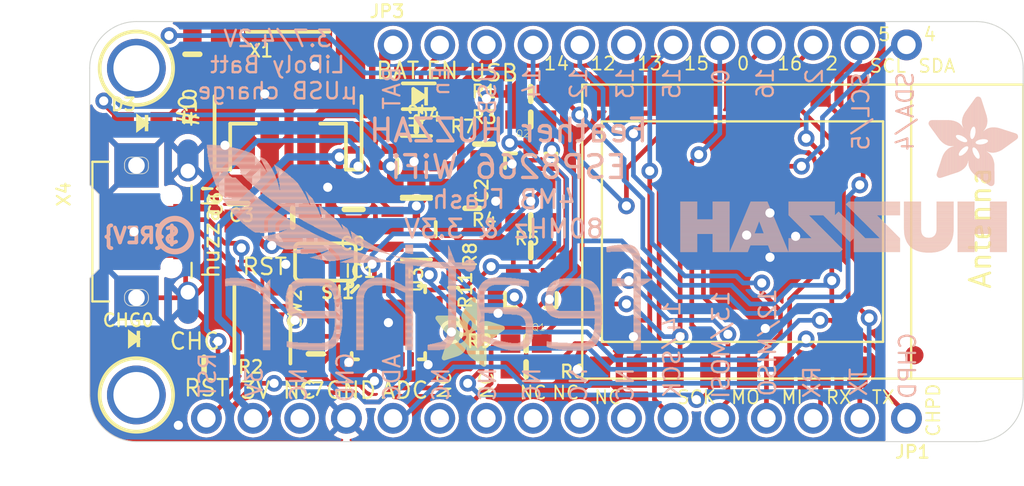
<source format=kicad_pcb>
(kicad_pcb (version 20221018) (generator pcbnew)
  (layers (0 "F.Cu" signal) (31 "B.Cu" signal) (34 "B.Paste" user) (35 "F.Paste" user) (36 "B.SilkS" user "B.Silkscreen") (37 "F.SilkS" user "F.Silkscreen") (38 "B.Mask" user) (39 "F.Mask" user) (44 "Edge.Cuts" user))
  (net 0 "")
  (net 1 "GND")
  (net 2 "VBUS")
  (net 3 "VBAT")
  (net 4 "N$1")
  (net 5 "N$3")
  (net 6 "N$4")
  (net 7 "3.3V")
  (net 8 "RESET")
  (net 9 "ADC")
  (net 10 "CH_PD")
  (net 11 "GPIO16")
  (net 12 "GPIO15")
  (net 13 "GPIO0")
  (net 14 "RXD")
  (net 15 "TXD")
  (net 16 "N$5")
  (net 17 "N$2")
  (net 18 "N$6")
  (net 19 "RTS")
  (net 20 "DTR")
  (net 21 "N$12")
  (net 22 "N$13")
  (net 23 "EN")
  (net 24 "GPIO5/SCL")
  (net 25 "GPIO4/SDA")
  (net 26 "GPIO2")
  (net 27 "GPIO14/SCK")
  (net 28 "GPIO13/MOSI")
  (net 29 "GPIO12/MISO")
  (net 30 "USB_RX")
  (net 31 "N$7")
  (net 32 "N$8")
  (footprint "working:0603-NO" (layer "F.Cu") (at 129.3241 112.2426)
    (fp_text reference "R2")
    (fp_text value "1K")
  )
  (footprint "working:CHIPLED_0805_NOOUTLINE" (layer "F.Cu") (at 125.5141 110.8456 -90)
    (fp_text reference "CHG0")
    (fp_text value "ORANGE")
  )
  (footprint "working:1X16_ROUND" (layer "F.Cu") (at 148.5011 115.1636 180)
    (fp_text reference "JP1")
    (fp_text value "")
  )
  (footprint "working:0603-NO" (layer "F.Cu") (at 147.1041 98.9076 180)
    (fp_text reference "R3")
    (fp_text value "10K")
  )
  (footprint "working:4UCONN_20329_V2" (layer "F.Cu") (at 127.5461 105.0036 -90)
    (fp_text reference "X4")
    (fp_text value "20329")
    (fp_line (start -4.05 2.15) (end -4.05 1.6) (stroke (width 0.05)) (layer "Edge.Cuts"))
    (fp_line (start -3.7 1.25) (end -3.5 1.25) (stroke (width 0.05)) (layer "Edge.Cuts"))
    (fp_line (start -3.5 2.55) (end -3.7 2.55) (stroke (width 0.05)) (layer "Edge.Cuts"))
    (fp_line (start -3.15 1.6) (end -3.15 2.15) (stroke (width 0.05)) (layer "Edge.Cuts"))
    (fp_line (start 3.15 2.2) (end 3.15 1.6) (stroke (width 0.05)) (layer "Edge.Cuts"))
    (fp_line (start 4.05 1.6) (end 4.05 2.2) (stroke (width 0.05)) (layer "Edge.Cuts"))
    (fp_arc (start -4.05 1.6) (mid -3.947487 1.352513) (end -3.7 1.25) (stroke (width 0.05)) (layer "Edge.Cuts"))
    (fp_arc (start -3.7 2.55) (mid -3.957843 2.422487) (end -4.05 2.15) (stroke (width 0.05)) (layer "Edge.Cuts"))
    (fp_arc (start -3.5 1.25) (mid -3.252513 1.352513) (end -3.15 1.6) (stroke (width 0.05)) (layer "Edge.Cuts"))
    (fp_arc (start -3.15 2.15) (mid -3.242157 2.422487) (end -3.5 2.55) (stroke (width 0.05)) (layer "Edge.Cuts"))
    (fp_arc (start 3.15 1.6) (mid 3.302513 1.331802) (end 3.6 1.25) (stroke (width 0.05)) (layer "Edge.Cuts"))
    (fp_arc (start 3.6 1.25) (mid 3.897487 1.331802) (end 4.05 1.6) (stroke (width 0.05)) (layer "Edge.Cuts"))
    (fp_arc (start 3.6 2.55) (mid 3.302513 2.468198) (end 3.15 2.2) (stroke (width 0.05)) (layer "Edge.Cuts"))
    (fp_arc (start 4.05 2.2) (mid 3.897487 2.468198) (end 3.6 2.55) (stroke (width 0.05)) (layer "Edge.Cuts"))
  )
  (footprint "working:FIDUCIAL_1MM" (layer "F.Cu") (at 133.8961 96.3676 -90)
    (fp_text reference "U$34" hide)
    (fp_text value "FIDUCIAL_1MM" hide)
  )
  (footprint "working:QFN24_4MM_SMSC" (layer "F.Cu") (at 139.3571 109.9566)
    (fp_text reference "IC1")
    (fp_text value "CP2104")
  )
  (footprint "working:MOUNTINGHOLE_2.5_PLATED" (layer "F.Cu") (at 125.6411 96.1136 -90)
    (fp_text reference "U$31" hide)
    (fp_text value "MOUNTINGHOLE2.5" hide)
  )
  (footprint "" (layer "F.Cu") (at 171.3611 114.5921)
    (fp_text reference "@HOLE0" hide)
    (fp_text value "")
  )
  (footprint "working:0603-NO" (layer "F.Cu") (at 147.1041 106.0196)
    (fp_text reference "R5")
    (fp_text value "10K")
  )
  (footprint "working:ESP-12S" (layer "F.Cu") (at 159.1056 105.0036 -90)
    (fp_text reference "X2" hide)
    (fp_text value "ESP-12" hide)
  )
  (footprint "working:SOT23-3" (layer "F.Cu") (at 147.1041 101.4476)
    (fp_text reference "Q2")
    (fp_text value "mmbt2222")
  )
  (footprint "working:0805-NO" (layer "F.Cu") (at 134.1501 104.2416 180)
    (fp_text reference "C3")
    (fp_text value "10µF")
  )
  (footprint "working:_0603MP" (layer "F.Cu") (at 142.9131 108.0516 -90)
    (fp_text reference "R11")
    (fp_text value "1K")
  )
  (footprint "working:0603-NO" (layer "F.Cu") (at 128.6891 95.3516 -90)
    (fp_text reference "R10")
    (fp_text value "1K")
  )
  (footprint "working:CHIPLED_0805_NOOUTLINE" (layer "F.Cu") (at 125.9586 99.0981 -90)
    (fp_text reference "D3")
    (fp_text value "RED")
  )
  (footprint "working:0603-NO" (layer "F.Cu") (at 146.8501 111.0996 180)
    (fp_text reference "R9")
    (fp_text value "10K")
  )
  (footprint "working:0603-NO" (layer "F.Cu") (at 146.8501 112.4966)
    (fp_text reference "R6")
    (fp_text value "4.7K")
  )
  (footprint "working:SOT23-5" (layer "F.Cu") (at 140.8811 101.4476 90)
    (fp_text reference "U2")
    (fp_text value "AP2112-3.3")
  )
  (footprint "working:FIDUCIAL_1MM" (layer "F.Cu") (at 167.9793 111.7276 -90)
    (fp_text reference "U$35" hide)
    (fp_text value "FIDUCIAL_1MM" hide)
  )
  (footprint "working:SOT23-3" (layer "F.Cu") (at 147.1041 108.4326 180)
    (fp_text reference "Q1")
    (fp_text value "mmbt2222")
  )
  (footprint "working:0805-NO" (layer "F.Cu") (at 131.1891 103.4746 90)
    (fp_text reference "C6")
    (fp_text value "10µF")
  )
  (footprint "working:0805-NO" (layer "F.Cu") (at 137.4671 103.7936 -90)
    (fp_text reference "C8")
    (fp_text value "10µF")
  )
  (footprint "working:JSTPH2" (layer "F.Cu") (at 133.8961 97.1296)
    (fp_text reference "X1")
    (fp_text value "JSTPH")
  )
  (footprint "working:0603-NO" (layer "F.Cu") (at 147.1041 104.4956 180)
    (fp_text reference "R4")
    (fp_text value "10K")
  )
  (footprint "working:BTN_KMR2_4.6X2.8" (layer "F.Cu") (at 132.4991 110.0836 -90)
    (fp_text reference "SW2")
    (fp_text value "KMR2")
  )
  (footprint "working:SOD-123" (layer "F.Cu") (at 141.0081 97.6376 180)
    (fp_text reference "D4")
    (fp_text value "MBR120")
  )
  (footprint "working:SOLDERJUMPER_CLOSEDWIRE" (layer "F.Cu") (at 135.9281 106.6546 180)
    (fp_text reference "SJ1")
    (fp_text value "")
  )
  (footprint "" (layer "F.Cu") (at 171.3611 95.4786)
    (fp_text reference "@HOLE1" hide)
    (fp_text value "")
  )
  (footprint "working:1X12_ROUND" (layer "F.Cu") (at 153.5811 94.8436)
    (fp_text reference "JP3")
    (fp_text value "")
  )
  (footprint "working:ADAFRUIT_3.5MM" (layer "F.Cu") (at 141.8971 112.3696)
    (fp_text reference "U$15" hide)
    (fp_text value "" hide)
  )
  (footprint "working:MOUNTINGHOLE_2.5_PLATED" (layer "F.Cu") (at 125.6411 113.8936 -90)
    (fp_text reference "U$32" hide)
    (fp_text value "MOUNTINGHOLE2.5" hide)
  )
  (footprint "working:0603-NO" (layer "F.Cu") (at 147.1041 97.5106 180)
    (fp_text reference "R1")
    (fp_text value "10K")
  )
  (footprint "working:0603-NO" (layer "F.Cu") (at 143.9291 103.7336 -90)
    (fp_text reference "R8")
    (fp_text value "10K\\")
  )
  (footprint "working:0603-NO" (layer "F.Cu") (at 140.8811 99.1616)
    (fp_text reference "R7")
    (fp_text value "10K")
  )
  (footprint "working:0603-NO" (layer "F.Cu") (at 135.4031 111.6586 -90)
    (fp_text reference "C7")
    (fp_text value "1uF")
  )
  (footprint "working:SOT23-5" (layer "F.Cu") (at 140.8811 104.8766 -90)
    (fp_text reference "U3")
    (fp_text value "MCP73831T-2ACI/OT")
  )
  (footprint "working:0805-NO" (layer "F.Cu") (at 144.5641 100.2411 -90)
    (fp_text reference "C2")
    (fp_text value "10uF")
  )
  (footprint "working:HUZZAHLOGO" (layer "B.Cu") (at 173.0121 106.1466 180)
    (fp_text reference "U$23" hide)
    (fp_text value "" hide)
  )
  (footprint "working:PCBFEAT-REV-040" (layer "B.Cu") (at 127.7366 105.1941 180)
    (fp_text reference "U$13" hide)
    (fp_text value "" hide)
  )
  (footprint "working:ADAFRUIT_5MM" (layer "B.Cu") (at 168.7576 102.5271 90)
    (fp_text reference "U$7" hide)
    (fp_text value "" hide)
  )
  (footprint "working:FEATHERLOGO" (layer "B.Cu") (at 153.7716 111.5441 180)
    (fp_text reference "U$9" hide)
    (fp_text value "" hide)
  )
  (gr_arc (start 123.1011 96.1136) (mid 123.845049 94.317549) (end 125.6411 93.5736) (stroke (width 0.05)) (layer "Edge.Cuts"))
  (gr_arc (start 171.3611 93.5736) (mid 173.157151 94.317549) (end 173.9011 96.1136) (stroke (width 0.05)) (layer "Edge.Cuts"))
  (gr_line (start 123.1011 102.4636) (end 123.6091 102.9716) (stroke (width 0.05)) (layer "Edge.Cuts"))
  (gr_line (start 123.6091 107.0356) (end 123.1011 107.5436) (stroke (width 0.05)) (layer "Edge.Cuts"))
  (gr_line (start 125.6411 116.4336) (end 171.3611 116.4336) (stroke (width 0.05)) (layer "Edge.Cuts"))
  (gr_line (start 123.1011 107.5436) (end 123.1011 113.8936) (stroke (width 0.05)) (layer "Edge.Cuts"))
  (gr_line (start 123.1011 96.1136) (end 123.1011 102.4636) (stroke (width 0.05)) (layer "Edge.Cuts"))
  (gr_line (start 171.3611 93.5736) (end 125.6411 93.5736) (stroke (width 0.05)) (layer "Edge.Cuts"))
  (gr_arc (start 173.9011 113.8936) (mid 173.157151 115.689651) (end 171.3611 116.4336) (stroke (width 0.05)) (layer "Edge.Cuts"))
  (gr_line (start 123.6091 102.9716) (end 123.6091 107.0356) (stroke (width 0.05)) (layer "Edge.Cuts"))
  (gr_line (start 173.9011 113.8936) (end 173.9011 96.1136) (stroke (width 0.05)) (layer "Edge.Cuts"))
  (gr_arc (start 125.6411 116.4336) (mid 123.845049 115.689651) (end 123.1011 113.8936) (stroke (width 0.05)) (layer "Edge.Cuts"))
  (gr_text "NC" (at 144.7546 113.3221 -270) (layer "B.SilkS") (effects (font (size 0.89408 0.89408) (thickness 0.12192)) (justify mirror)))
  (gr_text "12" (at 149.7076 96.9391 -270) (layer "B.SilkS") (effects (font (size 0.89408 0.89408) (thickness 0.12192)) (justify mirror)))
  (gr_text "USB" (at 144.7546 97.3201 -270) (layer "B.SilkS") (effects (font (size 0.89408 0.89408) (thickness 0.12192)) (justify mirror)))
  (gr_text "ADC" (at 139.5476 112.9411 -270) (layer "B.SilkS") (effects (font (size 0.89408 0.89408) (thickness 0.12192)) (justify mirror)))
  (gr_text "SDA/4" (at 167.4876 98.4631 -270) (layer "B.SilkS") (effects (font (size 0.89408 0.89408) (thickness 0.12192)) (justify mirror)))
  (gr_text "NC" (at 152.2476 113.3221 -270) (layer "B.SilkS") (effects (font (size 0.89408 0.89408) (thickness 0.12192)) (justify mirror)))
  (gr_text "BAT" (at 139.5476 97.1931 -270) (layer "B.SilkS") (effects (font (size 0.89408 0.89408) (thickness 0.12192)) (justify mirror)))
  (gr_text "4MB Flash\n80MHz & 3.3V" (at 145.6436 104.0511) (layer "B.SilkS") (effects (font (size 0.99441 0.99441) (thickness 0.14859)) (justify mirror)))
  (gr_text "En" (at 142.2146 96.8121 -270) (layer "B.SilkS") (effects (font (size 0.89408 0.89408) (thickness 0.12192)) (justify mirror)))
  (gr_text "RST" (at 129.5146 112.8141 -270) (layer "B.SilkS") (effects (font (size 0.89408 0.89408) (thickness 0.12192)) (justify mirror)))
  (gr_text "CHPD" (at 167.6146 112.3061 -270) (layer "B.SilkS") (effects (font (size 0.89408 0.89408) (thickness 0.12192)) (justify mirror)))
  (gr_text "0" (at 157.4546 96.5581 -270) (layer "B.SilkS") (effects (font (size 0.89408 0.89408) (thickness 0.12192)) (justify mirror)))
  (gr_text "TX" (at 164.9476 113.1951 -270) (layer "B.SilkS") (effects (font (size 0.89408 0.89408) (thickness 0.12192)) (justify mirror)))
  (gr_text "14" (at 147.1676 96.9391 -270) (layer "B.SilkS") (effects (font (size 0.89408 0.89408) (thickness 0.12192)) (justify mirror)))
  (gr_text "13" (at 152.2476 96.9391 -270) (layer "B.SilkS") (effects (font (size 0.89408 0.89408) (thickness 0.12192)) (justify mirror)))
  (gr_text "15" (at 154.7876 96.9391 -270) (layer "B.SilkS") (effects (font (size 0.89408 0.89408) (thickness 0.12192)) (justify mirror)))
  (gr_text "12/MISO" (at 159.9946 111.0361 -270) (layer "B.SilkS") (effects (font (size 0.89408 0.89408) (thickness 0.12192)) (justify mirror)))
  (gr_text "3.7/4.2V\nLiPoly Batt\nµUSB charge" (at 133.3246 95.9231) (layer "B.SilkS") (effects (font (size 0.88392 0.88392) (thickness 0.13208)) (justify mirror)))
  (gr_text "NC" (at 147.1676 113.3221 -270) (layer "B.SilkS") (effects (font (size 0.89408 0.89408) (thickness 0.12192)) (justify mirror)))
  (gr_text "RX" (at 162.4076 113.1951 -270) (layer "B.SilkS") (effects (font (size 0.89408 0.89408) (thickness 0.12192)) (justify mirror)))
  (gr_text "Feather HUZZAH\nESP8266 WiFi" (at 145.8976 100.4951) (layer "B.SilkS") (effects (font (size 1.237488 1.237488) (thickness 0.184912)) (justify mirror)))
  (gr_text "16" (at 159.8676 96.9391 -270) (layer "B.SilkS") (effects (font (size 0.89408 0.89408) (thickness 0.12192)) (justify mirror)))
  (gr_text "2" (at 162.5346 96.5581 -270) (layer "B.SilkS") (effects (font (size 0.89408 0.89408) (thickness 0.12192)) (justify mirror)))
  (gr_text "14/SCK" (at 154.7876 111.4171 -270) (layer "B.SilkS") (effects (font (size 0.89408 0.89408) (thickness 0.12192)) (justify mirror)))
  (gr_text "NC" (at 134.4676 113.3221 -270) (layer "B.SilkS") (effects (font (size 0.89408 0.89408) (thickness 0.12192)) (justify mirror)))
  (gr_text "3V" (at 132.0546 113.1951 -270) (layer "B.SilkS") (effects (font (size 0.89408 0.89408) (thickness 0.12192)) (justify mirror)))
  (gr_text "NC" (at 149.7076 113.3221 -270) (layer "B.SilkS") (effects (font (size 0.89408 0.89408) (thickness 0.12192)) (justify mirror)))
  (gr_text "13/MOSI" (at 157.4546 111.1631 -270) (layer "B.SilkS") (effects (font (size 0.89408 0.89408) (thickness 0.12192)) (justify mirror)))
  (gr_text "GND" (at 137.0076 112.9411 -270) (layer "B.SilkS") (effects (font (size 0.89408 0.89408) (thickness 0.12192)) (justify mirror)))
  (gr_text "SCL/5" (at 165.0746 98.4631 -270) (layer "B.SilkS") (effects (font (size 0.89408 0.89408) (thickness 0.12192)) (justify mirror)))
  (gr_text "NC" (at 142.2146 113.3221 -270) (layer "B.SilkS") (effects (font (size 0.89408 0.89408) (thickness 0.12192)) (justify mirror)))
  (gr_text "SCK" (at 156.1211 114.0206) (layer "F.SilkS") (effects (font (size 0.715264 0.715264) (thickness 0.097536))))
  (gr_text "TX" (at 166.2811 114.0206) (layer "F.SilkS") (effects (font (size 0.715264 0.715264) (thickness 0.097536))))
  (gr_text "12" (at 151.0411 95.8596) (layer "F.SilkS") (effects (font (size 0.715264 0.715264) (thickness 0.097536))))
  (gr_text "CHG" (at 128.8161 110.9726) (layer "F.SilkS") (effects (font (size 0.89408 0.89408) (thickness 0.12192))))
  (gr_text "15" (at 156.1211 95.8596) (layer "F.SilkS") (effects (font (size 0.715264 0.715264) (thickness 0.097536))))
  (gr_text "NC" (at 149.0091 113.7666) (layer "F.SilkS") (effects (font (size 0.715264 0.715264) (thickness 0.097536))))
  (gr_text "RST" (at 129.4511 113.5126) (layer "F.SilkS") (effects (font (size 0.89408 0.89408) (thickness 0.12192))))
  (gr_text "2" (at 163.4871 95.8596) (layer "F.SilkS") (effects (font (size 0.715264 0.715264) (thickness 0.097536))))
  (gr_text "16" (at 161.2011 95.8596) (layer "F.SilkS") (effects (font (size 0.715264 0.715264) (thickness 0.097536))))
  (gr_text "3V" (at 132.1181 113.6396) (layer "F.SilkS") (effects (font (size 0.89408 0.89408) (thickness 0.12192))))
  (gr_text "5" (at 166.3446 94.2721) (layer "F.SilkS") (effects (font (size 0.715264 0.715264) (thickness 0.097536))))
  (gr_text "RST" (at 132.6261 106.9086) (layer "F.SilkS") (effects (font (size 0.89408 0.89408) (thickness 0.12192))))
  (gr_text "NC" (at 134.5311 113.6396) (layer "F.SilkS") (effects (font (size 0.89408 0.89408) (thickness 0.12192))))
  (gr_text "GND" (at 137.3251 113.6396) (layer "F.SilkS") (effects (font (size 0.89408 0.89408) (thickness 0.12192))))
  (gr_text "4" (at 168.8211 94.2721) (layer "F.SilkS") (effects (font (size 0.715264 0.715264) (thickness 0.097536))))
  (gr_text "#0" (at 128.4351 98.3996 90) (layer "F.SilkS") (effects (font (size 0.89408 0.89408) (thickness 0.12192))))
  (gr_text "huzzah!" (at 129.7051 105.0036 90) (layer "F.SilkS") (effects (font (size 0.89408 0.89408) (thickness 0.12192))))
  (gr_text "NC" (at 147.2311 113.7666) (layer "F.SilkS") (effects (font (size 0.715264 0.715264) (thickness 0.097536))))
  (gr_text "MI" (at 161.3281 114.0206) (layer "F.SilkS") (effects (font (size 0.715264 0.715264) (thickness 0.097536))))
  (gr_text "0" (at 158.6611 95.8596) (layer "F.SilkS") (effects (font (size 0.715264 0.715264) (thickness 0.097536))))
  (gr_text "MO" (at 158.7881 114.0206) (layer "F.SilkS") (effects (font (size 0.715264 0.715264) (thickness 0.097536))))
  (gr_text "EN" (at 142.2781 96.2406) (layer "F.SilkS") (effects (font (size 0.89408 0.89408) (thickness 0.12192))))
  (gr_text "BAT" (at 139.8651 96.2406) (layer "F.SilkS") (effects (font (size 0.89408 0.89408) (thickness 0.12192))))
  (gr_text "RX" (at 163.8681 114.0206) (layer "F.SilkS") (effects (font (size 0.715264 0.715264) (thickness 0.097536))))
  (gr_text "SCL" (at 166.5351 95.9866) (layer "F.SilkS") (effects (font (size 0.715264 0.715264) (thickness 0.097536))))
  (gr_text "SDA" (at 169.2021 95.9866) (layer "F.SilkS") (effects (font (size 0.715264 0.715264) (thickness 0.097536))))
  (gr_text "13" (at 153.5811 95.8596) (layer "F.SilkS") (effects (font (size 0.715264 0.715264) (thickness 0.097536))))
  (gr_text "14" (at 148.5011 95.8596) (layer "F.SilkS") (effects (font (size 0.715264 0.715264) (thickness 0.097536))))
  (gr_text "USB" (at 145.0721 96.3676) (layer "F.SilkS") (effects (font (size 0.89408 0.89408) (thickness 0.12192))))
  (gr_text "CHPD" (at 169.0116 114.7191 90) (layer "F.SilkS") (effects (font (size 0.715264 0.715264) (thickness 0.097536))))
  (gr_text "ADC" (at 140.2461 113.6396) (layer "F.SilkS") (effects (font (size 0.89408 0.89408) (thickness 0.12192))))
  (gr_text "NC" (at 151.2951 114.0206) (layer "F.SilkS") (effects (font (size 0.715264 0.715264) (thickness 0.097536))))
  (gr_text "NC" (at 142.4051 113.3856 90) (layer "F.SilkS") (effects (font (size 0.715264 0.715264) (thickness 0.097536))))
  (gr_text "NC" (at 144.6911 113.3856 90) (layer "F.SilkS") (effects (font (size 0.715264 0.715264) (thickness 0.097536))))
  (segment (start 139.1031 109.2066) (end 137.3571 109.2066) (width 0.254) (layer "F.Cu") (net 1))
  (segment (start 128.3211 106.3036) (end 128.3211 108.1786) (width 0.254) (layer "F.Cu") (net 1))
  (segment (start 139.1031 109.2066) (end 139.1031 109.7026) (width 0.254) (layer "F.Cu") (net 1))
  (segment (start 134.4361 112.5086) (end 135.4031 112.5086) (width 0.254) (layer "F.Cu") (net 1))
  (segment (start 136.9441 105.0036) (end 137.3251 105.0036) (width 0.254) (layer "F.Cu") (net 1))
  (segment (start 139.1031 109.7026) (end 139.3571 109.9566) (width 0.254) (layer "F.Cu") (net 1))
  (segment (start 124.6961 101.4036) (end 125.6461 101.4036) (width 0.254) (layer "F.Cu") (net 1))
  (segment (start 128.3211 108.1786) (end 128.4461 108.3036) (width 0.254) (layer "F.Cu") (net 1))
  (segment (start 133.2001 104.2416) (end 132.8961 103.9376) (width 0.6096) (layer "F.Cu") (net 1))
  (segment (start 125.6461 108.6036) (end 128.1461 108.6036) (width 0.254) (layer "F.Cu") (net 1))
  (segment (start 137.4671 104.7436) (end 137.4671 104.8616) (width 0.4064) (layer "F.Cu") (net 1))
  (segment (start 128.3211 106.3036) (end 126.0961 106.3036) (width 0.254) (layer "F.Cu") (net 1))
  (segment (start 126.0961 106.3036) (end 125.5461 105.7536) (width 0.254) (layer "F.Cu") (net 1))
  (segment (start 128.1461 108.6036) (end 128.4461 108.3036) (width 0.254) (layer "F.Cu") (net 1))
  (segment (start 132.8961 103.9376) (end 132.8961 100.8296) (width 0.6096) (layer "F.Cu") (net 1))
  (segment (start 137.4671 104.8616) (end 137.3251 105.0036) (width 0.4064) (layer "F.Cu") (net 1))
  (via (at 158.8516 105.1941) (size 0.9064) (drill 0.5) (layers "F.Cu" "B.Cu") (net 1))
  (via (at 160.1216 106.4006) (size 0.9064) (drill 0.5) (layers "F.Cu" "B.Cu") (net 1))
  (via (at 125.5141 105.0036) (size 0.9064) (drill 0.5) (layers "F.Cu" "B.Cu") (net 1))
  (via (at 141.5161 112.2426) (size 0.9064) (drill 0.5) (layers "F.Cu" "B.Cu") (net 1))
  (via (at 136.0551 102.5906) (size 0.9064) (drill 0.5) (layers "F.Cu" "B.Cu") (net 1))
  (via (at 149.6441 112.4966) (size 0.9064) (drill 0.5) (layers "F.Cu" "B.Cu") (net 1))
  (via (at 137.1981 112.1156) (size 0.9064) (drill 0.5) (layers "F.Cu" "B.Cu") (net 1))
  (via (at 135.3566 95.9866) (size 0.9064) (drill 0.5) (layers "F.Cu" "B.Cu") (net 1))
  (via (at 159.8676 110.2741) (size 0.9064) (drill 0.5) (layers "F.Cu" "B.Cu") (net 1))
  (via (at 139.3571 109.9566) (size 0.9064) (drill 0.5) (layers "F.Cu" "B.Cu") (net 1))
  (via (at 130.4671 100.3046) (size 0.9064) (drill 0.5) (layers "F.Cu" "B.Cu") (net 1))
  (via (at 146.0881 101.3206) (size 0.9064) (drill 0.5) (layers "F.Cu" "B.Cu") (net 1))
  (via (at 132.6261 97.5106) (size 0.9064) (drill 0.5) (layers "F.Cu" "B.Cu") (net 1))
  (via (at 160.1216 103.9876) (size 0.9064) (drill 0.5) (layers "F.Cu" "B.Cu") (net 1))
  (via (at 140.7541 101.1936) (size 0.9064) (drill 0.5) (layers "F.Cu" "B.Cu") (net 1))
  (via (at 145.3261 109.4486) (size 0.9064) (drill 0.5) (layers "F.Cu" "B.Cu") (net 1))
  (via (at 161.5186 105.2576) (size 0.9064) (drill 0.5) (layers "F.Cu" "B.Cu") (net 1))
  (via (at 133.7691 106.7816) (size 0.9064) (drill 0.5) (layers "F.Cu" "B.Cu") (net 1))
  (via (at 127.9271 115.5446) (size 0.9064) (drill 0.5) (layers "F.Cu" "B.Cu") (net 1))
  (via (at 145.1991 103.3526) (size 0.9064) (drill 0.5) (layers "F.Cu" "B.Cu") (net 1))
  (via (at 152.6921 110.7186) (size 0.9064) (drill 0.5) (layers "F.Cu" "B.Cu") (net 1))
  (segment (start 142.7251 102.3976) (end 142.1812 102.3976) (width 0.4064) (layer "F.Cu") (net 2))
  (segment (start 128.3211 103.7036) (end 129.9291 103.7036) (width 0.4064) (layer "F.Cu") (net 2))
  (segment (start 131.1891 104.4246) (end 131.2851 104.4246) (width 0.4064) (layer "F.Cu") (net 2))
  (segment (start 124.1171 107.1626) (end 124.1171 103.4796) (width 0.254) (layer "F.Cu") (net 2))
  (segment (start 123.6091 107.6706) (end 124.1171 107.1626) (width 0.254) (layer "F.Cu") (net 2))
  (segment (start 138.6071 113.1436) (end 138.5951 113.1316) (width 0.254) (layer "F.Cu") (net 2))
  (segment (start 130.6501 104.4246) (end 131.1891 104.4246) (width 0.4064) (layer "F.Cu") (net 2))
  (segment (start 140.8811 104.3995) (end 142.1812 105.6996) (width 0.4064) (layer "F.Cu") (net 2))
  (segment (start 140.8811 104.3995) (end 140.8811 103.6066) (width 0.4064) (layer "F.Cu") (net 2))
  (segment (start 144.6911 95.8046) (end 144.6911 94.8436) (width 0.6096) (layer "F.Cu") (net 2))
  (segment (start 123.6091 110.2106) (end 123.6091 107.6706) (width 0.254) (layer "F.Cu") (net 2))
  (segment (start 127.1651 103.7336) (end 128.2911 103.7336) (width 0.254) (layer "F.Cu") (net 2))
  (segment (start 142.0901 102.3976) (end 142.1812 102.3976) (width 0.4064) (layer "F.Cu") (net 2))
  (segment (start 129.9291 103.7036) (end 130.6501 104.4246) (width 0.4064) (layer "F.Cu") (net 2))
  (segment (start 124.3711 103.2256) (end 126.6571 103.2256) (width 0.254) (layer "F.Cu") (net 2))
  (segment (start 126.6571 103.2256) (end 127.1651 103.7336) (width 0.254) (layer "F.Cu") (net 2))
  (segment (start 128.2911 103.7336) (end 128.3211 103.7036) (width 0.254) (layer "F.Cu") (net 2))
  (segment (start 142.8581 98.0346) (end 142.8581 97.6376) (width 0.6096) (layer "F.Cu") (net 2))
  (segment (start 143.2941 101.8286) (end 142.7251 102.3976) (width 0.4064) (layer "F.Cu") (net 2))
  (segment (start 142.4051 99.1616) (end 141.7311 99.1616) (width 0.4064) (layer "F.Cu") (net 2))
  (segment (start 142.8581 97.6376) (end 144.6911 95.8046) (width 0.6096) (layer "F.Cu") (net 2))
  (segment (start 140.8811 103.6066) (end 142.0901 102.3976) (width 0.4064) (layer "F.Cu") (net 2))
  (segment (start 124.4641 110.8456) (end 124.2441 110.8456) (width 0.254) (layer "F.Cu") (net 2))
  (segment (start 138.6071 111.9566) (end 138.6071 113.1436) (width 0.254) (layer "F.Cu") (net 2))
  (segment (start 142.1812 105.6996) (end 142.1812 105.8266) (width 0.4064) (layer "F.Cu") (net 2))
  (segment (start 124.1171 103.4796) (end 124.3711 103.2256) (width 0.254) (layer "F.Cu") (net 2))
  (segment (start 138.1071 111.9566) (end 138.6071 111.9566) (width 0.254) (layer "F.Cu") (net 2))
  (segment (start 143.2941 100.0506) (end 142.4051 99.1616) (width 0.4064) (layer "F.Cu") (net 2))
  (segment (start 143.2941 101.8286) (end 143.2941 100.0506) (width 0.4064) (layer "F.Cu") (net 2))
  (segment (start 131.2851 104.4246) (end 132.6261 105.7656) (width 0.4064) (layer "F.Cu") (net 2))
  (segment (start 141.7311 99.1616) (end 142.8581 98.0346) (width 0.6096) (layer "F.Cu") (net 2))
  (segment (start 124.2441 110.8456) (end 123.6091 110.2106) (width 0.254) (layer "F.Cu") (net 2))
  (segment (start 132.6261 105.7656) (end 133.0071 105.7656) (width 0.4064) (layer "F.Cu") (net 2))
  (via (at 133.0071 105.7656) (size 0.9064) (drill 0.5) (layers "F.Cu" "B.Cu") (net 2))
  (via (at 138.5951 113.1316) (size 0.9064) (drill 0.5) (layers "F.Cu" "B.Cu") (net 2))
  (via (at 140.8811 103.6066) (size 0.9064) (drill 0.5) (layers "F.Cu" "B.Cu") (net 2))
  (segment (start 135.5471 105.7656) (end 133.0071 105.7656) (width 0.4064) (layer "B.Cu") (net 2))
  (segment (start 133.6421 103.8606) (end 140.8811 103.8606) (width 0.4064) (layer "B.Cu") (net 2))
  (segment (start 136.9441 113.1316) (end 136.3091 112.4966) (width 0.4064) (layer "B.Cu") (net 2))
  (segment (start 136.3091 106.5276) (end 135.5471 105.7656) (width 0.4064) (layer "B.Cu") (net 2))
  (segment (start 136.3091 112.4966) (end 136.3091 106.5276) (width 0.4064) (layer "B.Cu") (net 2))
  (segment (start 138.5951 113.1316) (end 136.9441 113.1316) (width 0.4064) (layer "B.Cu") (net 2))
  (segment (start 133.0071 104.4956) (end 133.0071 105.7656) (width 0.4064) (layer "B.Cu") (net 2))
  (segment (start 140.8811 103.8606) (end 140.8811 103.6066) (width 0.254) (layer "B.Cu") (net 2))
  (segment (start 133.6421 103.8606) (end 133.0071 104.4956) (width 0.4064) (layer "B.Cu") (net 2))
  (segment (start 134.8961 104.0376) (end 134.8961 100.8296) (width 0.4064) (layer "F.Cu") (net 3))
  (segment (start 135.0396 100.6861) (end 135.0396 100.4321) (width 0.4064) (layer "F.Cu") (net 3))
  (segment (start 135.8011 98.5266) (end 138.1421 98.5266) (width 0.6096) (layer "F.Cu") (net 3))
  (segment (start 134.7851 100.1776) (end 135.0396 100.4321) (width 0.254) (layer "F.Cu") (net 3))
  (segment (start 139.0311 97.6376) (end 139.1581 97.6376) (width 0.6096) (layer "F.Cu") (net 3))
  (segment (start 134.8961 104.0376) (end 135.1001 104.2416) (width 0.4064) (layer "F.Cu") (net 3))
  (segment (start 134.7851 99.5426) (end 135.8011 98.5266) (width 0.6096) (layer "F.Cu") (net 3))
  (segment (start 139.6111 94.8436) (end 139.1581 95.2966) (width 0.6096) (layer "F.Cu") (net 3))
  (segment (start 135.1001 106.5886) (end 135.1661 106.6546) (width 0.4064) (layer "F.Cu") (net 3))
  (segment (start 134.8961 100.8296) (end 135.0396 100.6861) (width 0.4064) (layer "F.Cu") (net 3))
  (segment (start 134.7851 99.5426) (end 134.7851 100.1776) (width 0.4064) (layer "F.Cu") (net 3))
  (segment (start 135.1001 104.2416) (end 135.1001 106.5886) (width 0.4064) (layer "F.Cu") (net 3))
  (segment (start 139.1581 95.2966) (end 139.1581 97.6376) (width 0.6096) (layer "F.Cu") (net 3))
  (segment (start 138.1421 98.5266) (end 139.0311 97.6376) (width 0.6096) (layer "F.Cu") (net 3))
  (segment (start 126.5641 110.8456) (end 127.0771 110.8456) (width 0.254) (layer "F.Cu") (net 4))
  (segment (start 127.0771 110.8456) (end 128.4741 112.2426) (width 0.254) (layer "F.Cu") (net 4))
  (segment (start 138.0871 101.4476) (end 137.7061 101.4476) (width 0.254) (layer "F.Cu") (net 5))
  (segment (start 138.5951 101.9556) (end 138.0871 101.4476) (width 0.254) (layer "F.Cu") (net 5))
  (segment (start 138.5951 102.9716) (end 139.5501 103.9266) (width 0.254) (layer "F.Cu") (net 5))
  (segment (start 139.5501 103.9266) (end 139.581 103.9266) (width 0.254) (layer "F.Cu") (net 5))
  (segment (start 130.0861 112.1546) (end 130.0861 110.9726) (width 0.254) (layer "F.Cu") (net 5))
  (segment (start 130.1741 112.2426) (end 130.0861 112.1546) (width 0.254) (layer "F.Cu") (net 5))
  (segment (start 138.5951 102.9716) (end 138.5951 101.9556) (width 0.254) (layer "F.Cu") (net 5))
  (via (at 137.7061 101.4476) (size 0.9064) (drill 0.5) (layers "F.Cu" "B.Cu") (net 5))
  (via (at 130.0861 110.9726) (size 0.9064) (drill 0.5) (layers "F.Cu" "B.Cu") (net 5))
  (segment (start 137.1981 100.0506) (end 137.7061 100.5586) (width 0.254) (layer "B.Cu") (net 5))
  (segment (start 129.4511 102.8446) (end 129.4511 110.3376) (width 0.254) (layer "B.Cu") (net 5))
  (segment (start 132.2451 100.0506) (end 129.4511 102.8446) (width 0.254) (layer "B.Cu") (net 5))
  (segment (start 137.1981 100.0506) (end 132.2451 100.0506) (width 0.254) (layer "B.Cu") (net 5))
  (segment (start 129.4511 110.3376) (end 130.0861 110.9726) (width 0.254) (layer "B.Cu") (net 5))
  (segment (start 137.7061 100.5586) (end 137.7061 101.4476) (width 0.254) (layer "B.Cu") (net 5))
  (segment (start 143.2242 102.8836) (end 142.1812 103.9266) (width 0.254) (layer "F.Cu") (net 6))
  (segment (start 143.9291 102.8836) (end 143.2242 102.8836) (width 0.254) (layer "F.Cu") (net 6))
  (segment (start 132.6261 115.1636) (end 131.9911 115.1636) (width 0.254) (layer "F.Cu") (net 7))
  (segment (start 139.581 102.2706) (end 139.581 102.3976) (width 0.4064) (layer "F.Cu") (net 7))
  (segment (start 137.0711 100.5586) (end 138.0871 100.5586) (width 0.4064) (layer "F.Cu") (net 7))
  (segment (start 143.1671 114.1476) (end 144.0561 114.1476) (width 0.254) (layer "F.Cu") (net 7))
  (segment (start 145.1991 111.0996) (end 146.0001 111.0996) (width 0.254) (layer "F.Cu") (net 7))
  (segment (start 138.9761 101.4476) (end 139.4841 101.4476) (width 0.4064) (layer "F.Cu") (net 7))
  (segment (start 124.9086 99.0981) (end 123.8631 98.0526) (width 0.254) (layer "F.Cu") (net 7))
  (segment (start 144.9451 97.5106) (end 146.2541 97.5106) (width 0.4064) (layer "F.Cu") (net 7))
  (segment (start 137.5791 113.7666) (end 138.0871 114.2746) (width 0.254) (layer "F.Cu") (net 7))
  (segment (start 144.9451 113.2586) (end 144.9451 111.3536) (width 0.254) (layer "F.Cu") (net 7))
  (segment (start 150.8756 97.1226) (end 150.8756 97.3536) (width 0.254) (layer "F.Cu") (net 7))
  (segment (start 144.5641 99.2911) (end 144.6911 99.1641) (width 0.4064) (layer "F.Cu") (net 7))
  (segment (start 138.0871 100.5586) (end 138.9761 101.4476) (width 0.4064) (layer "F.Cu") (net 7))
  (segment (start 144.6911 99.1641) (end 144.6911 97.7646) (width 0.4064) (layer "F.Cu") (net 7))
  (segment (start 150.2476 96.4946) (end 150.8756 97.1226) (width 0.4064) (layer "F.Cu") (net 7))
  (segment (start 138.0871 114.2746) (end 138.8491 114.2746) (width 0.254) (layer "F.Cu") (net 7))
  (segment (start 139.6111 113.5126) (end 142.5321 113.5126) (width 0.254) (layer "F.Cu") (net 7))
  (segment (start 146.2541 97.4716) (end 146.2541 97.5106) (width 0.4064) (layer "F.Cu") (net 7))
  (segment (start 144.0561 114.1476) (end 144.9451 113.2586) (width 0.254) (layer "F.Cu") (net 7))
  (segment (start 142.5321 113.5126) (end 143.1671 114.1476) (width 0.254) (layer "F.Cu") (net 7))
  (segment (start 146.8501 96.4946) (end 146.2541 97.0906) (width 0.4064) (layer "F.Cu") (net 7))
  (segment (start 123.8631 98.0526) (end 123.8631 97.8916) (width 0.254) (layer "F.Cu") (net 7))
  (segment (start 146.2541 97.0906) (end 146.2541 97.4716) (width 0.4064) (layer "F.Cu") (net 7))
  (segment (start 134.0231 113.7666) (end 132.6261 115.1636) (width 0.254) (layer "F.Cu") (net 7))
  (segment (start 137.4671 102.6056) (end 137.4671 102.8436) (width 0.4064) (layer "F.Cu") (net 7))
  (segment (start 136.6901 101.8286) (end 137.4671 102.6056) (width 0.4064) (layer "F.Cu") (net 7))
  (segment (start 138.8491 114.2746) (end 139.6111 113.5126) (width 0.254) (layer "F.Cu") (net 7))
  (segment (start 139.4841 102.1737) (end 139.581 102.2706) (width 0.4064) (layer "F.Cu") (net 7))
  (segment (start 137.5791 113.7666) (end 134.0231 113.7666) (width 0.254) (layer "F.Cu") (net 7))
  (segment (start 139.4841 102.1737) (end 139.4841 101.4476) (width 0.4064) (layer "F.Cu") (net 7))
  (segment (start 146.2541 98.9076) (end 146.2541 97.5106) (width 0.4064) (layer "F.Cu") (net 7))
  (segment (start 146.8501 96.4946) (end 150.2476 96.4946) (width 0.4064) (layer "F.Cu") (net 7))
  (segment (start 136.6901 100.9396) (end 137.0711 100.5586) (width 0.4064) (layer "F.Cu") (net 7))
  (segment (start 144.6911 97.7646) (end 144.9451 97.5106) (width 0.4064) (layer "F.Cu") (net 7))
  (segment (start 144.9451 111.3536) (end 145.1991 111.0996) (width 0.254) (layer "F.Cu") (net 7))
  (segment (start 136.6901 101.8286) (end 136.6901 100.9396) (width 0.4064) (layer "F.Cu") (net 7))
  (via (at 139.4841 101.4476) (size 0.9064) (drill 0.5) (layers "F.Cu" "B.Cu") (net 7))
  (via (at 123.8631 97.8916) (size 0.9064) (drill 0.5) (layers "F.Cu" "B.Cu") (net 7))
  (via (at 136.6901 100.9396) (size 0.9064) (drill 0.5) (layers "F.Cu" "B.Cu") (net 7))
  (via (at 144.6911 97.7646) (size 0.9064) (drill 0.5) (layers "F.Cu" "B.Cu") (net 7))
  (segment (start 142.1511 102.0826) (end 144.6911 99.5426) (width 0.4064) (layer "B.Cu") (net 7))
  (segment (start 130.0861 104.7496) (end 133.8961 100.9396) (width 0.4064) (layer "B.Cu") (net 7))
  (segment (start 130.0861 109.7026) (end 130.0861 104.7496) (width 0.4064) (layer "B.Cu") (net 7))
  (segment (start 131.1021 114.0206) (end 131.9911 114.9096) (width 0.4064) (layer "B.Cu") (net 7))
  (segment (start 139.8651 102.0826) (end 142.1511 102.0826) (width 0.4064) (layer "B.Cu") (net 7))
  (segment (start 144.6911 99.5426) (end 144.6911 97.7646) (width 0.4064) (layer "B.Cu") (net 7))
  (segment (start 131.9911 114.9096) (end 131.9911 115.1636) (width 0.4064) (layer "B.Cu") (net 7))
  (segment (start 139.4841 100.5586) (end 137.5791 98.6536) (width 0.254) (layer "B.Cu") (net 7))
  (segment (start 124.6251 98.6536) (end 137.5791 98.6536) (width 0.254) (layer "B.Cu") (net 7))
  (segment (start 139.4841 101.4476) (end 139.4841 100.5586) (width 0.254) (layer "B.Cu") (net 7))
  (segment (start 133.8961 100.9396) (end 136.6901 100.9396) (width 0.4064) (layer "B.Cu") (net 7))
  (segment (start 139.4841 101.7016) (end 139.4841 101.4476) (width 0.254) (layer "B.Cu") (net 7))
  (segment (start 130.0861 109.7026) (end 131.1021 110.7186) (width 0.4064) (layer "B.Cu") (net 7))
  (segment (start 139.8651 102.0826) (end 139.4841 101.7016) (width 0.4064) (layer "B.Cu") (net 7))
  (segment (start 123.8631 97.8916) (end 124.6251 98.6536) (width 0.254) (layer "B.Cu") (net 7))
  (segment (start 131.1021 110.7186) (end 131.1021 114.0206) (width 0.4064) (layer "B.Cu") (net 7))
  (segment (start 131.6991 113.0426) (end 131.6991 112.1336) (width 0.254) (layer "F.Cu") (net 8))
  (segment (start 131.4831 113.2586) (end 131.6991 113.0426) (width 0.254) (layer "F.Cu") (net 8))
  (segment (start 129.5781 115.1636) (end 131.4831 113.2586) (width 0.254) (layer "F.Cu") (net 8))
  (segment (start 131.6991 108.0336) (end 131.6991 112.1336) (width 0.254) (layer "F.Cu") (net 8))
  (segment (start 165.1931 97.6711) (end 164.8756 97.3536) (width 0.254) (layer "F.Cu") (net 8))
  (segment (start 148.2471 99.2006) (end 148.2471 100.5586) (width 0.254) (layer "F.Cu") (net 8))
  (segment (start 147.1041 109.5326) (end 147.0611 109.5326) (width 0.254) (layer "F.Cu") (net 8))
  (segment (start 133.1341 113.2586) (end 131.4831 113.2586) (width 0.254) (layer "F.Cu") (net 8))
  (segment (start 147.1041 109.5326) (end 147.9501 108.6866) (width 0.254) (layer "F.Cu") (net 8))
  (segment (start 147.9541 98.9076) (end 148.2471 99.2006) (width 0.254) (layer "F.Cu") (net 8))
  (segment (start 165.0111 102.4636) (end 165.1931 102.2816) (width 0.254) (layer "F.Cu") (net 8))
  (segment (start 129.4511 115.1636) (end 129.5781 115.1636) (width 0.254) (layer "F.Cu") (net 8))
  (segment (start 146.2151 108.6866) (end 146.2151 108.5596) (width 0.254) (layer "F.Cu") (net 8))
  (segment (start 147.9501 108.6866) (end 148.1201 108.6866) (width 0.254) (layer "F.Cu") (net 8))
  (segment (start 147.0611 109.5326) (end 146.2151 108.6866) (width 0.254) (layer "F.Cu") (net 8))
  (segment (start 165.1931 102.2816) (end 165.1931 97.6711) (width 0.254) (layer "F.Cu") (net 8))
  (via (at 148.1201 108.6866) (size 0.9064) (drill 0.5) (layers "F.Cu" "B.Cu") (net 8))
  (via (at 148.2471 100.5586) (size 0.9064) (drill 0.5) (layers "F.Cu" "B.Cu") (net 8))
  (via (at 133.1341 113.2586) (size 0.9064) (drill 0.5) (layers "F.Cu" "B.Cu") (net 8))
  (via (at 146.2151 108.5596) (size 0.9064) (drill 0.5) (layers "F.Cu" "B.Cu") (net 8))
  (via (at 165.0111 102.4636) (size 0.9064) (drill 0.5) (layers "F.Cu" "B.Cu") (net 8))
  (segment (start 152.0571 105.5116) (end 155.1051 108.5596) (width 0.254) (layer "B.Cu") (net 8))
  (segment (start 139.3571 106.5276) (end 139.3571 108.4326) (width 0.254) (layer "B.Cu") (net 8))
  (segment (start 139.6111 113.8936) (end 139.2301 113.8936) (width 0.254) (layer "B.Cu") (net 8))
  (segment (start 149.6441 105.5116) (end 152.0571 105.5116) (width 0.254) (layer "B.Cu") (net 8))
  (segment (start 148.2471 100.6856) (end 148.2471 100.5586) (width 0.254) (layer "B.Cu") (net 8))
  (segment (start 138.0871 114.2746) (end 137.7061 113.8936) (width 0.254) (layer "B.Cu") (net 8))
  (segment (start 148.1201 108.5596) (end 148.1201 108.6866) (width 0.254) (layer "B.Cu") (net 8))
  (segment (start 149.5171 101.9556) (end 149.5171 105.3846) (width 0.254) (layer "B.Cu") (net 8))
  (segment (start 139.3571 108.4326) (end 140.5001 109.5756) (width 0.254) (layer "B.Cu") (net 8))
  (segment (start 160.5661 109.4486) (end 161.4551 108.5596) (width 0.254) (layer "B.Cu") (net 8))
  (segment (start 144.1831 108.5596) (end 141.3891 105.7656) (width 0.254) (layer "B.Cu") (net 8))
  (segment (start 164.3761 108.1786) (end 164.3761 103.0986) (width 0.254) (layer "B.Cu") (net 8))
  (segment (start 157.8991 108.5596) (end 158.7881 109.4486) (width 0.254) (layer "B.Cu") (net 8))
  (segment (start 149.5171 101.9556) (end 148.2471 100.6856) (width 0.254) (layer "B.Cu") (net 8))
  (segment (start 149.5171 107.1626) (end 148.1201 108.5596) (width 0.254) (layer "B.Cu") (net 8))
  (segment (start 164.3761 103.0986) (end 165.0111 102.4636) (width 0.254) (layer "B.Cu") (net 8))
  (segment (start 149.6441 105.5116) (end 149.5171 105.3846) (width 0.254) (layer "B.Cu") (net 8))
  (segment (start 146.2151 108.5596) (end 144.1831 108.5596) (width 0.254) (layer "B.Cu") (net 8))
  (segment (start 140.5001 113.0046) (end 139.6111 113.8936) (width 0.254) (layer "B.Cu") (net 8))
  (segment (start 161.4551 108.5596) (end 163.9951 108.5596) (width 0.254) (layer "B.Cu") (net 8))
  (segment (start 158.7881 109.4486) (end 160.5661 109.4486) (width 0.254) (layer "B.Cu") (net 8))
  (segment (start 139.2301 113.8936) (end 138.8491 114.2746) (width 0.254) (layer "B.Cu") (net 8))
  (segment (start 163.9951 108.5596) (end 164.3761 108.1786) (width 0.254) (layer "B.Cu") (net 8))
  (segment (start 137.7061 113.8936) (end 136.8171 113.8936) (width 0.254) (layer "B.Cu") (net 8))
  (segment (start 140.5001 109.5756) (end 140.5001 113.0046) (width 0.254) (layer "B.Cu") (net 8))
  (segment (start 136.8171 113.8936) (end 136.1821 113.2586) (width 0.254) (layer "B.Cu") (net 8))
  (segment (start 136.1821 113.2586) (end 133.1341 113.2586) (width 0.254) (layer "B.Cu") (net 8))
  (segment (start 138.8491 114.2746) (end 138.0871 114.2746) (width 0.254) (layer "B.Cu") (net 8))
  (segment (start 155.1051 108.5596) (end 157.8991 108.5596) (width 0.254) (layer "B.Cu") (net 8))
  (segment (start 149.5171 105.3846) (end 149.5171 107.1626) (width 0.254) (layer "B.Cu") (net 8))
  (segment (start 141.3891 105.7656) (end 140.1191 105.7656) (width 0.254) (layer "B.Cu") (net 8))
  (segment (start 140.1191 105.7656) (end 139.3571 106.5276) (width 0.254) (layer "B.Cu") (net 8))
  (segment (start 164.1221 98.9076) (end 164.1221 106.5276) (width 0.254) (layer "F.Cu") (net 9))
  (segment (start 164.1221 106.5276) (end 164.3761 106.7816) (width 0.254) (layer "F.Cu") (net 9))
  (segment (start 162.8221 97.3536) (end 162.7251 97.2566) (width 0.254) (layer "F.Cu") (net 9))
  (segment (start 162.7251 97.5106) (end 164.1221 98.9076) (width 0.254) (layer "F.Cu") (net 9))
  (segment (start 164.3761 108.5596) (end 165.5191 109.7026) (width 0.254) (layer "F.Cu") (net 9))
  (segment (start 162.8756 97.3536) (end 162.8221 97.3536) (width 0.254) (layer "F.Cu") (net 9))
  (segment (start 164.3761 106.7816) (end 164.3761 108.5596) (width 0.254) (layer "F.Cu") (net 9))
  (segment (start 162.7251 97.2566) (end 162.7251 97.5106) (width 0.254) (layer "F.Cu") (net 9))
  (via (at 165.5191 109.7026) (size 0.9064) (drill 0.5) (layers "F.Cu" "B.Cu") (net 9))
  (segment (start 150.2791 113.3856) (end 150.4061 113.2586) (width 0.254) (layer "B.Cu") (net 9))
  (segment (start 140.1191 115.1636) (end 142.9131 112.3696) (width 0.254) (layer "B.Cu") (net 9))
  (segment (start 146.7231 113.3856) (end 145.7071 112.3696) (width 0.254) (layer "B.Cu") (net 9))
  (segment (start 142.9131 112.3696) (end 145.7071 112.3696) (width 0.254) (layer "B.Cu") (net 9))
  (segment (start 146.7231 113.3856) (end 150.2791 113.3856) (width 0.254) (layer "B.Cu") (net 9))
  (segment (start 165.5191 109.7026) (end 165.5191 112.7506) (width 0.254) (layer "B.Cu") (net 9))
  (segment (start 165.0111 113.2586) (end 165.5191 112.7506) (width 0.254) (layer "B.Cu") (net 9))
  (segment (start 150.4061 113.2586) (end 165.0111 113.2586) (width 0.254) (layer "B.Cu") (net 9))
  (segment (start 139.6111 115.1636) (end 140.1191 115.1636) (width 0.254) (layer "B.Cu") (net 9))
  (segment (start 161.1931 97.6711) (end 160.8756 97.3536) (width 0.254) (layer "F.Cu") (net 10))
  (segment (start 166.2811 111.7346) (end 166.2811 113.6396) (width 0.254) (layer "F.Cu") (net 10))
  (segment (start 166.2811 113.6396) (end 167.5511 114.9096) (width 0.254) (layer "F.Cu") (net 10))
  (segment (start 161.1931 97.7566) (end 161.1931 97.6711) (width 0.254) (layer "F.Cu") (net 10))
  (segment (start 163.4871 108.9406) (end 166.2811 111.7346) (width 0.254) (layer "F.Cu") (net 10))
  (segment (start 149.7711 98.6536) (end 148.6281 97.5106) (width 0.254) (layer "F.Cu") (net 10))
  (segment (start 163.4871 107.6706) (end 163.4871 108.9406) (width 0.254) (layer "F.Cu") (net 10))
  (segment (start 163.4871 100.0506) (end 163.4871 107.6706) (width 0.254) (layer "F.Cu") (net 10))
  (segment (start 148.5011 97.5106) (end 147.9541 97.5106) (width 0.254) (layer "F.Cu") (net 10))
  (segment (start 148.6281 97.5106) (end 147.9541 97.5106) (width 0.254) (layer "F.Cu") (net 10))
  (segment (start 167.5511 114.9096) (end 167.5511 115.1636) (width 0.254) (layer "F.Cu") (net 10))
  (segment (start 161.1931 97.7566) (end 163.4871 100.0506) (width 0.254) (layer "F.Cu") (net 10))
  (via (at 149.7711 98.6536) (size 0.9064) (drill 0.5) (layers "F.Cu" "B.Cu") (net 10))
  (via (at 163.4871 107.6706) (size 0.9064) (drill 0.5) (layers "F.Cu" "B.Cu") (net 10))
  (segment (start 163.2331 107.9246) (end 163.4871 107.6706) (width 0.254) (layer "B.Cu") (net 10))
  (segment (start 159.0421 108.9406) (end 160.3121 108.9406) (width 0.254) (layer "B.Cu") (net 10))
  (segment (start 160.3121 108.9406) (end 161.3281 107.9246) (width 0.254) (layer "B.Cu") (net 10))
  (segment (start 152.1841 101.0666) (end 149.7711 98.6536) (width 0.254) (layer "B.Cu") (net 10))
  (segment (start 153.2001 105.8926) (end 155.2321 107.9246) (width 0.254) (layer "B.Cu") (net 10))
  (segment (start 153.2001 103.2256) (end 152.1841 102.2096) (width 0.254) (layer "B.Cu") (net 10))
  (segment (start 155.2321 107.9246) (end 158.0261 107.9246) (width 0.254) (layer "B.Cu") (net 10))
  (segment (start 153.2001 103.2256) (end 153.2001 105.8926) (width 0.254) (layer "B.Cu") (net 10))
  (segment (start 158.0261 107.9246) (end 159.0421 108.9406) (width 0.254) (layer "B.Cu") (net 10))
  (segment (start 161.3281 107.9246) (end 163.2331 107.9246) (width 0.254) (layer "B.Cu") (net 10))
  (segment (start 152.1841 101.0666) (end 152.1841 102.2096) (width 0.254) (layer "B.Cu") (net 10))
  (segment (start 158.8756 97.3536) (end 158.8756 95.8991) (width 0.254) (layer "F.Cu") (net 11))
  (segment (start 158.8756 95.8991) (end 159.9311 94.8436) (width 0.254) (layer "F.Cu") (net 11))
  (segment (start 149.2631 111.3536) (end 149.2631 111.4806) (width 0.254) (layer "F.Cu") (net 12))
  (segment (start 148.2471 112.4966) (end 147.7001 112.4966) (width 0.254) (layer "F.Cu") (net 12))
  (segment (start 151.8031 109.8296) (end 151.8031 111.0996) (width 0.254) (layer "F.Cu") (net 12))
  (segment (start 152.8191 112.5971) (end 152.8756 112.6536) (width 0.254) (layer "F.Cu") (net 12))
  (segment (start 151.8031 111.0996) (end 149.5171 111.0996) (width 0.254) (layer "F.Cu") (net 12))
  (segment (start 149.5171 111.0996) (end 149.2631 111.3536) (width 0.254) (layer "F.Cu") (net 12))
  (segment (start 149.2631 111.4806) (end 148.2471 112.4966) (width 0.254) (layer "F.Cu") (net 12))
  (segment (start 153.5811 109.8296) (end 153.5811 111.0996) (width 0.254) (layer "F.Cu") (net 12))
  (segment (start 152.8191 111.8616) (end 152.8191 112.5971) (width 0.254) (layer "F.Cu") (net 12))
  (segment (start 147.9931 112.4966) (end 147.7001 112.4966) (width 0.254) (layer "F.Cu") (net 12))
  (segment (start 153.5811 109.8296) (end 151.8031 109.8296) (width 0.254) (layer "F.Cu") (net 12))
  (segment (start 153.5811 111.0996) (end 152.8191 111.8616) (width 0.254) (layer "F.Cu") (net 12))
  (segment (start 153.5811 109.8296) (end 153.5811 101.7016) (width 0.254) (layer "F.Cu") (net 12))
  (via (at 153.5811 101.7016) (size 0.9064) (drill 0.5) (layers "F.Cu" "B.Cu") (net 12))
  (segment (start 153.5811 96.1136) (end 153.5811 101.7016) (width 0.254) (layer "B.Cu") (net 12))
  (segment (start 154.8511 94.8436) (end 153.5811 96.1136) (width 0.254) (layer "B.Cu") (net 12))
  (segment (start 147.1041 100.3476) (end 146.5531 100.3476) (width 0.254) (layer "F.Cu") (net 13))
  (segment (start 156.8831 111.0996) (end 155.8671 110.0836) (width 0.254) (layer "F.Cu") (net 13))
  (segment (start 146.5531 100.3476) (end 146.3831 100.1776) (width 0.254) (layer "F.Cu") (net 13))
  (segment (start 155.8671 110.0836) (end 155.8671 101.1936) (width 0.254) (layer "F.Cu") (net 13))
  (segment (start 155.8671 101.1936) (end 156.2481 100.8126) (width 0.254) (layer "F.Cu") (net 13))
  (segment (start 156.8831 112.6461) (end 156.8756 112.6536) (width 0.254) (layer "F.Cu") (net 13))
  (segment (start 144.4751 112.4586) (end 143.6751 113.2586) (width 0.254) (layer "F.Cu") (net 13))
  (segment (start 156.8756 113.6471) (end 156.8756 112.6536) (width 0.254) (layer "F.Cu") (net 13))
  (segment (start 146.3831 100.1776) (end 145.9611 100.1776) (width 0.254) (layer "F.Cu") (net 13))
  (segment (start 144.4371 107.4166) (end 144.4371 112.4206) (width 0.254) (layer "F.Cu") (net 13))
  (segment (start 144.4371 112.4206) (end 144.4751 112.4586) (width 0.254) (layer "F.Cu") (net 13))
  (segment (start 144.4371 107.4166) (end 144.9451 106.9086) (width 0.254) (layer "F.Cu") (net 13))
  (segment (start 156.1211 114.1476) (end 156.1211 114.4016) (width 0.254) (layer "F.Cu") (net 13))
  (segment (start 156.1211 114.4016) (end 156.8756 113.6471) (width 0.254) (layer "F.Cu") (net 13))
  (segment (start 128.6891 94.5016) (end 128.5231 94.3356) (width 0.254) (layer "F.Cu") (net 13))
  (segment (start 156.8831 111.0996) (end 156.8831 112.6461) (width 0.254) (layer "F.Cu") (net 13))
  (segment (start 128.5231 94.3356) (end 127.4191 94.3356) (width 0.254) (layer "F.Cu") (net 13))
  (via (at 145.9611 100.1776) (size 0.9064) (drill 0.5) (layers "F.Cu" "B.Cu") (net 13))
  (via (at 143.6751 113.2586) (size 0.9064) (drill 0.5) (layers "F.Cu" "B.Cu") (net 13))
  (via (at 127.4191 94.3356) (size 0.9064) (drill 0.5) (layers "F.Cu" "B.Cu") (net 13))
  (via (at 156.2481 100.8126) (size 0.9064) (drill 0.5) (layers "F.Cu" "B.Cu") (net 13))
  (via (at 144.9451 106.9086) (size 0.9064) (drill 0.5) (layers "F.Cu" "B.Cu") (net 13))
  (via (at 156.1211 114.1476) (size 0.9064) (drill 0.5) (layers "F.Cu" "B.Cu") (net 13))
  (segment (start 145.9611 96.6216) (end 145.9611 100.1776) (width 0.254) (layer "B.Cu") (net 13))
  (segment (start 146.5961 100.1776) (end 145.9611 100.1776) (width 0.254) (layer "B.Cu") (net 13))
  (segment (start 147.4851 106.9086) (end 144.9451 106.9086) (width 0.254) (layer "B.Cu") (net 13))
  (segment (start 148.6281 102.2096) (end 146.5961 100.1776) (width 0.254) (layer "B.Cu") (net 13))
  (segment (start 145.7071 96.3676) (end 145.9611 96.6216) (width 0.254) (layer "B.Cu") (net 13))
  (segment (start 143.6751 113.2586) (end 144.3101 113.8936) (width 0.254) (layer "B.Cu") (net 13))
  (segment (start 157.3911 94.8436) (end 157.3911 99.6696) (width 0.254) (layer "B.Cu") (net 13))
  (segment (start 138.0871 96.3676) (end 145.7071 96.3676) (width 0.254) (layer "B.Cu") (net 13))
  (segment (start 144.3101 113.8936) (end 155.8671 113.8936) (width 0.254) (layer "B.Cu") (net 13))
  (segment (start 155.8671 113.8936) (end 156.1211 114.1476) (width 0.254) (layer "B.Cu") (net 13))
  (segment (start 136.0551 94.3356) (end 138.0871 96.3676) (width 0.254) (layer "B.Cu") (net 13))
  (segment (start 157.3911 99.6696) (end 156.2481 100.8126) (width 0.254) (layer "B.Cu") (net 13))
  (segment (start 127.4191 94.3356) (end 136.0551 94.3356) (width 0.254) (layer "B.Cu") (net 13))
  (segment (start 148.6281 105.7656) (end 147.4851 106.9086) (width 0.254) (layer "B.Cu") (net 13))
  (segment (start 148.6281 105.7656) (end 148.6281 102.2096) (width 0.254) (layer "B.Cu") (net 13))
  (segment (start 142.9131 108.8136) (end 142.9131 110.3376) (width 0.254) (layer "F.Cu") (net 14))
  (segment (start 162.8756 111.6311) (end 162.0901 110.8456) (width 0.254) (layer "F.Cu") (net 14))
  (segment (start 142.9131 110.3376) (end 142.7861 110.4646) (width 0.254) (layer "F.Cu") (net 14))
  (segment (start 162.8756 114.7591) (end 162.4711 115.1636) (width 0.254) (layer "F.Cu") (net 14))
  (segment (start 162.8756 114.7591) (end 162.8756 112.6536) (width 0.254) (layer "F.Cu") (net 14))
  (segment (start 162.8756 112.6536) (end 162.8756 111.6311) (width 0.254) (layer "F.Cu") (net 14))
  (via (at 162.0901 110.8456) (size 0.9064) (drill 0.5) (layers "F.Cu" "B.Cu") (net 14))
  (via (at 142.7861 110.4646) (size 0.9064) (drill 0.5) (layers "F.Cu" "B.Cu") (net 14))
  (segment (start 143.6751 111.3536) (end 150.2791 111.3536) (width 0.254) (layer "B.Cu") (net 14))
  (segment (start 160.4391 112.4966) (end 162.0901 110.8456) (width 0.254) (layer "B.Cu") (net 14))
  (segment (start 151.4221 112.4966) (end 160.4391 112.4966) (width 0.254) (layer "B.Cu") (net 14))
  (segment (start 142.7861 110.4646) (end 143.6751 111.3536) (width 0.254) (layer "B.Cu") (net 14))
  (segment (start 150.2791 111.3536) (end 151.4221 112.4966) (width 0.254) (layer "B.Cu") (net 14))
  (segment (start 140.1071 107.3016) (end 140.2461 107.1626) (width 0.254) (layer "F.Cu") (net 15))
  (segment (start 165.0111 112.7891) (end 165.0111 115.1636) (width 0.254) (layer "F.Cu") (net 15))
  (segment (start 140.2461 107.1626) (end 141.3891 107.1626) (width 0.254) (layer "F.Cu") (net 15))
  (segment (start 140.1071 107.9566) (end 140.1071 107.3016) (width 0.254) (layer "F.Cu") (net 15))
  (segment (start 162.8521 109.8296) (end 163.4871 109.8296) (width 0.254) (layer "F.Cu") (net 15))
  (segment (start 163.4871 109.8296) (end 164.8756 111.2181) (width 0.254) (layer "F.Cu") (net 15))
  (segment (start 164.8756 111.2181) (end 164.8756 112.6536) (width 0.254) (layer "F.Cu") (net 15))
  (segment (start 141.3891 107.1626) (end 141.5796 107.3531) (width 0.254) (layer "F.Cu") (net 15))
  (segment (start 164.8756 112.6536) (end 165.0111 112.7891) (width 0.254) (layer "F.Cu") (net 15))
  (via (at 141.5796 107.3531) (size 0.9064) (drill 0.5) (layers "F.Cu" "B.Cu") (net 15))
  (via (at 162.8521 109.8296) (size 0.9064) (drill 0.5) (layers "F.Cu" "B.Cu") (net 15))
  (segment (start 159.5501 111.9886) (end 161.7091 109.8296) (width 0.254) (layer "B.Cu") (net 15))
  (segment (start 141.5796 107.7341) (end 141.5796 107.3531) (width 0.254) (layer "B.Cu") (net 15))
  (segment (start 161.7091 109.8296) (end 162.8521 109.8296) (width 0.254) (layer "B.Cu") (net 15))
  (segment (start 151.6761 111.9886) (end 159.5501 111.9886) (width 0.254) (layer "B.Cu") (net 15))
  (segment (start 150.1521 110.4646) (end 151.6761 111.9886) (width 0.254) (layer "B.Cu") (net 15))
  (segment (start 144.3101 110.4646) (end 141.5796 107.7341) (width 0.254) (layer "B.Cu") (net 15))
  (segment (start 144.3101 110.4646) (end 150.1521 110.4646) (width 0.254) (layer "B.Cu") (net 15))
  (segment (start 127.0086 99.0981) (end 128.6891 97.4176) (width 0.254) (layer "F.Cu") (net 16))
  (segment (start 128.6891 97.4176) (end 128.6891 96.2016) (width 0.254) (layer "F.Cu") (net 16))
  (segment (start 132.4991 108.8136) (end 132.7531 109.0676) (width 0.254) (layer "F.Cu") (net 17))
  (segment (start 134.2771 108.8136) (end 135.8011 108.8136) (width 0.254) (layer "F.Cu") (net 17))
  (segment (start 132.4991 107.0356) (end 132.4991 108.8136) (width 0.2032) (layer "F.Cu") (net 17))
  (segment (start 131.1021 107.0356) (end 132.4991 107.0356) (width 0.254) (layer "F.Cu") (net 17))
  (segment (start 129.0701 105.0036) (end 131.1021 107.0356) (width 0.254) (layer "F.Cu") (net 17))
  (segment (start 132.7531 109.0676) (end 134.0231 109.0676) (width 0.254) (layer "F.Cu") (net 17))
  (segment (start 128.3211 105.0036) (end 129.0701 105.0036) (width 0.254) (layer "F.Cu") (net 17))
  (segment (start 136.6941 109.7066) (end 135.8011 108.8136) (width 0.254) (layer "F.Cu") (net 17))
  (segment (start 137.3571 109.7066) (end 136.6941 109.7066) (width 0.254) (layer "F.Cu") (net 17))
  (segment (start 134.0231 109.0676) (end 134.2771 108.8136) (width 0.254) (layer "F.Cu") (net 17))
  (segment (start 136.4321 110.2066) (end 135.8011 109.5756) (width 0.254) (layer "F.Cu") (net 18))
  (segment (start 129.9591 105.1306) (end 129.9591 104.7496) (width 0.254) (layer "F.Cu") (net 18))
  (segment (start 134.5311 109.5756) (end 134.2771 109.8296) (width 0.254) (layer "F.Cu") (net 18))
  (segment (start 129.5631 104.3536) (end 128.3211 104.3536) (width 0.254) (layer "F.Cu") (net 18))
  (segment (start 130.4671 105.6386) (end 131.1021 105.6386) (width 0.254) (layer "F.Cu") (net 18))
  (segment (start 136.4321 110.2066) (end 137.3571 110.2066) (width 0.254) (layer "F.Cu") (net 18))
  (segment (start 130.4671 105.6386) (end 129.9591 105.1306) (width 0.254) (layer "F.Cu") (net 18))
  (segment (start 129.9591 104.7496) (end 129.5631 104.3536) (width 0.254) (layer "F.Cu") (net 18))
  (segment (start 135.8011 109.5756) (end 134.5311 109.5756) (width 0.254) (layer "F.Cu") (net 18))
  (segment (start 131.1021 105.6386) (end 131.3561 105.8926) (width 0.254) (layer "F.Cu") (net 18))
  (via (at 134.2771 109.8296) (size 0.9064) (drill 0.5) (layers "F.Cu" "B.Cu") (net 18))
  (via (at 131.3561 105.8926) (size 0.9064) (drill 0.5) (layers "F.Cu" "B.Cu") (net 18))
  (segment (start 131.3561 105.8926) (end 131.3561 106.9086) (width 0.254) (layer "B.Cu") (net 18))
  (segment (start 131.3561 106.9086) (end 134.2771 109.8296) (width 0.254) (layer "B.Cu") (net 18))
  (segment (start 146.1541 106.0806) (end 146.2151 106.0196) (width 0.254) (layer "F.Cu") (net 19))
  (segment (start 143.9291 107.6706) (end 143.9291 106.2736) (width 0.254) (layer "F.Cu") (net 19))
  (segment (start 140.8291 108.1786) (end 142.0241 108.1786) (width 0.254) (layer "F.Cu") (net 19))
  (segment (start 146.2151 106.0196) (end 146.2541 106.0196) (width 0.254) (layer "F.Cu") (net 19))
  (segment (start 143.5481 108.0516) (end 143.9291 107.6706) (width 0.254) (layer "F.Cu") (net 19))
  (segment (start 140.6071 107.9566) (end 140.8291 108.1786) (width 0.254) (layer "F.Cu") (net 19))
  (segment (start 142.0241 108.1786) (end 142.1511 108.0516) (width 0.254) (layer "F.Cu") (net 19))
  (segment (start 144.1831 106.0196) (end 146.2151 106.0196) (width 0.254) (layer "F.Cu") (net 19))
  (segment (start 143.9291 106.2736) (end 144.1831 106.0196) (width 0.254) (layer "F.Cu") (net 19))
  (segment (start 146.1541 107.4326) (end 146.1541 106.0806) (width 0.254) (layer "F.Cu") (net 19))
  (segment (start 142.1511 108.0516) (end 143.5481 108.0516) (width 0.254) (layer "F.Cu") (net 19))
  (segment (start 138.5951 106.9086) (end 138.4681 106.7816) (width 0.254) (layer "F.Cu") (net 20))
  (segment (start 138.6071 107.9566) (end 138.5951 107.9446) (width 0.254) (layer "F.Cu") (net 20))
  (segment (start 148.0091 102.4476) (end 147.1041 103.3526) (width 0.254) (layer "F.Cu") (net 20))
  (segment (start 147.9541 104.4956) (end 147.9541 102.4476) (width 0.254) (layer "F.Cu") (net 20))
  (segment (start 148.0541 102.4476) (end 148.0091 102.4476) (width 0.254) (layer "F.Cu") (net 20))
  (segment (start 147.9541 102.4476) (end 148.0541 102.4476) (width 0.254) (layer "F.Cu") (net 20))
  (segment (start 138.5951 107.9446) (end 138.5951 106.9086) (width 0.254) (layer "F.Cu") (net 20))
  (via (at 138.4681 106.7816) (size 0.9064) (drill 0.5) (layers "F.Cu" "B.Cu") (net 20))
  (via (at 147.1041 103.3526) (size 0.9064) (drill 0.5) (layers "F.Cu" "B.Cu") (net 20))
  (segment (start 139.6111 105.1306) (end 145.3261 105.1306) (width 0.254) (layer "B.Cu") (net 20))
  (segment (start 138.4681 106.2736) (end 139.6111 105.1306) (width 0.254) (layer "B.Cu") (net 20))
  (segment (start 138.4681 106.7816) (end 138.4681 106.2736) (width 0.254) (layer "B.Cu") (net 20))
  (segment (start 145.3261 105.1306) (end 147.1041 103.3526) (width 0.254) (layer "B.Cu") (net 20))
  (segment (start 148.0381 107.4166) (end 148.0541 107.4326) (width 0.254) (layer "F.Cu") (net 21))
  (segment (start 147.4851 107.4166) (end 148.0381 107.4166) (width 0.254) (layer "F.Cu") (net 21))
  (segment (start 146.2541 104.5346) (end 147.1041 105.3846) (width 0.2032) (layer "F.Cu") (net 21))
  (segment (start 147.1041 107.0356) (end 147.4851 107.4166) (width 0.254) (layer "F.Cu") (net 21))
  (segment (start 147.1041 105.3846) (end 147.1041 107.0356) (width 0.2032) (layer "F.Cu") (net 21))
  (segment (start 146.2541 104.4956) (end 146.2541 104.5346) (width 0.254) (layer "F.Cu") (net 21))
  (segment (start 146.1541 102.4476) (end 147.0271 101.5746) (width 0.254) (layer "F.Cu") (net 22))
  (segment (start 149.0091 102.0826) (end 149.0091 105.7656) (width 0.254) (layer "F.Cu") (net 22))
  (segment (start 148.5011 101.5746) (end 149.0091 102.0826) (width 0.254) (layer "F.Cu") (net 22))
  (segment (start 147.0271 101.5746) (end 148.5011 101.5746) (width 0.254) (layer "F.Cu") (net 22))
  (segment (start 147.9541 106.0196) (end 148.7551 106.0196) (width 0.254) (layer "F.Cu") (net 22))
  (segment (start 148.7551 106.0196) (end 149.0091 105.7656) (width 0.254) (layer "F.Cu") (net 22))
  (segment (start 141.1351 97.6376) (end 141.1351 96.3676) (width 0.254) (layer "F.Cu") (net 23))
  (segment (start 140.0311 98.7416) (end 140.0311 99.1616) (width 0.254) (layer "F.Cu") (net 23))
  (segment (start 141.1351 96.3676) (end 142.1511 95.3516) (width 0.254) (layer "F.Cu") (net 23))
  (segment (start 140.0311 99.1616) (end 141.3671 100.4976) (width 0.254) (layer "F.Cu") (net 23))
  (segment (start 141.1351 97.6376) (end 140.0311 98.7416) (width 0.254) (layer "F.Cu") (net 23))
  (segment (start 142.1511 95.3516) (end 142.1511 94.8436) (width 0.254) (layer "F.Cu") (net 23))
  (segment (start 141.3671 100.4976) (end 142.1812 100.4976) (width 0.254) (layer "F.Cu") (net 23))
  (segment (start 161.1931 108.6946) (end 161.1931 112.3361) (width 0.254) (layer "F.Cu") (net 24))
  (segment (start 162.9791 106.9086) (end 162.9791 100.8126) (width 0.254) (layer "F.Cu") (net 24))
  (segment (start 161.1931 112.3361) (end 160.8756 112.6536) (width 0.254) (layer "F.Cu") (net 24))
  (segment (start 162.9791 100.8126) (end 162.0901 99.9236) (width 0.254) (layer "F.Cu") (net 24))
  (segment (start 161.1931 108.6946) (end 162.9791 106.9086) (width 0.254) (layer "F.Cu") (net 24))
  (via (at 162.0901 99.9236) (size 0.9064) (drill 0.5) (layers "F.Cu" "B.Cu") (net 24))
  (segment (start 165.0111 94.8436) (end 165.0111 95.7326) (width 0.254) (layer "B.Cu") (net 24))
  (segment (start 162.0901 98.6536) (end 162.0901 99.9236) (width 0.254) (layer "B.Cu") (net 24))
  (segment (start 165.0111 95.7326) (end 162.0901 98.6536) (width 0.254) (layer "B.Cu") (net 24))
  (segment (start 157.5181 109.5756) (end 156.5021 108.5596) (width 0.254) (layer "F.Cu") (net 25))
  (segment (start 156.5021 108.5596) (end 156.5021 101.8286) (width 0.254) (layer "F.Cu") (net 25))
  (segment (start 156.5021 101.8286) (end 156.8831 101.4476) (width 0.254) (layer "F.Cu") (net 25))
  (segment (start 156.8831 101.4476) (end 161.8361 101.4476) (width 0.254) (layer "F.Cu") (net 25))
  (segment (start 159.0421 110.3376) (end 159.0421 111.0996) (width 0.254) (layer "F.Cu") (net 25))
  (segment (start 159.0421 111.0996) (end 158.9151 111.2266) (width 0.254) (layer "F.Cu") (net 25))
  (segment (start 158.9151 111.2266) (end 158.9151 112.6141) (width 0.254) (layer "F.Cu") (net 25))
  (segment (start 158.9151 112.6141) (end 158.8756 112.6536) (width 0.254) (layer "F.Cu") (net 25))
  (segment (start 158.2801 109.5756) (end 157.5181 109.5756) (width 0.254) (layer "F.Cu") (net 25))
  (segment (start 158.2801 109.5756) (end 159.0421 110.3376) (width 0.254) (layer "F.Cu") (net 25))
  (via (at 161.8361 101.4476) (size 0.9064) (drill 0.5) (layers "F.Cu" "B.Cu") (net 25))
  (segment (start 167.5511 94.8436) (end 166.9161 94.8436) (width 0.254) (layer "B.Cu") (net 25))
  (segment (start 162.9791 98.7806) (end 162.9791 100.3046) (width 0.254) (layer "B.Cu") (net 25))
  (segment (start 166.9161 94.8436) (end 162.9791 98.7806) (width 0.254) (layer "B.Cu") (net 25))
  (segment (start 162.9791 100.3046) (end 161.8361 101.4476) (width 0.254) (layer "B.Cu") (net 25))
  (segment (start 149.5171 108.9406) (end 147.7001 110.7576) (width 0.254) (layer "F.Cu") (net 26))
  (segment (start 152.3111 108.9406) (end 149.5171 108.9406) (width 0.254) (layer "F.Cu") (net 26))
  (segment (start 161.3281 96.1136) (end 162.4711 94.9706) (width 0.254) (layer "F.Cu") (net 26))
  (segment (start 147.7001 110.7576) (end 147.7001 111.0996) (width 0.254) (layer "F.Cu") (net 26))
  (segment (start 154.8756 112.6536) (end 155.2321 112.2971) (width 0.254) (layer "F.Cu") (net 26))
  (segment (start 155.2321 100.3046) (end 156.7561 98.7806) (width 0.254) (layer "F.Cu") (net 26))
  (segment (start 156.7561 98.7806) (end 159.6771 98.7806) (width 0.254) (layer "F.Cu") (net 26))
  (segment (start 162.4711 94.9706) (end 162.4711 94.8436) (width 0.254) (layer "F.Cu") (net 26))
  (segment (start 159.6771 98.7806) (end 159.8041 98.6536) (width 0.254) (layer "F.Cu") (net 26))
  (segment (start 160.1851 96.1136) (end 161.3281 96.1136) (width 0.254) (layer "F.Cu") (net 26))
  (segment (start 159.8041 96.4946) (end 160.1851 96.1136) (width 0.254) (layer "F.Cu") (net 26))
  (segment (start 155.2321 112.2971) (end 155.2321 110.7186) (width 0.254) (layer "F.Cu") (net 26))
  (segment (start 159.8041 98.6536) (end 159.8041 96.4946) (width 0.254) (layer "F.Cu") (net 26))
  (segment (start 155.2321 100.3046) (end 155.2321 110.7186) (width 0.254) (layer "F.Cu") (net 26))
  (via (at 155.2321 110.7186) (size 0.9064) (drill 0.5) (layers "F.Cu" "B.Cu") (net 26))
  (via (at 152.3111 108.9406) (size 0.9064) (drill 0.5) (layers "F.Cu" "B.Cu") (net 26))
  (segment (start 152.5651 108.9406) (end 152.3111 108.9406) (width 0.254) (layer "B.Cu") (net 26))
  (segment (start 154.3431 110.7186) (end 152.5651 108.9406) (width 0.254) (layer "B.Cu") (net 26))
  (segment (start 155.2321 110.7186) (end 154.3431 110.7186) (width 0.254) (layer "B.Cu") (net 26))
  (segment (start 154.3431 99.5426) (end 152.3111 101.5746) (width 0.254) (layer "F.Cu") (net 27))
  (segment (start 154.0891 111.3536) (end 153.8351 111.6076) (width 0.254) (layer "F.Cu") (net 27))
  (segment (start 153.8351 114.1476) (end 154.8511 115.1636) (width 0.254) (layer "F.Cu") (net 27))
  (segment (start 154.7241 99.5426) (end 154.3431 99.5426) (width 0.254) (layer "F.Cu") (net 27))
  (segment (start 155.2321 99.5426) (end 156.8756 97.8991) (width 0.254) (layer "F.Cu") (net 27))
  (segment (start 154.0891 102.4636) (end 154.7241 101.8286) (width 0.254) (layer "F.Cu") (net 27))
  (segment (start 154.0891 102.4636) (end 154.0891 111.3536) (width 0.254) (layer "F.Cu") (net 27))
  (segment (start 154.7241 101.8286) (end 154.7241 99.5426) (width 0.254) (layer "F.Cu") (net 27))
  (segment (start 152.3111 101.5746) (end 152.3111 103.6066) (width 0.254) (layer "F.Cu") (net 27))
  (segment (start 153.8351 111.6076) (end 153.8351 114.1476) (width 0.254) (layer "F.Cu") (net 27))
  (segment (start 156.8756 97.8991) (end 156.8756 97.3536) (width 0.254) (layer "F.Cu") (net 27))
  (segment (start 155.2321 99.5426) (end 154.7241 99.5426) (width 0.254) (layer "F.Cu") (net 27))
  (via (at 152.3111 103.6066) (size 0.9064) (drill 0.5) (layers "F.Cu" "B.Cu") (net 27))
  (segment (start 147.2311 94.8436) (end 147.2311 97.6376) (width 0.254) (layer "B.Cu") (net 27))
  (segment (start 149.2631 99.6696) (end 149.2631 100.5586) (width 0.254) (layer "B.Cu") (net 27))
  (segment (start 149.2631 100.5586) (end 152.3111 103.6066) (width 0.254) (layer "B.Cu") (net 27))
  (segment (start 147.2311 97.6376) (end 149.2631 99.6696) (width 0.254) (layer "B.Cu") (net 27))
  (segment (start 151.0411 107.6706) (end 152.4381 107.6706) (width 0.254) (layer "F.Cu") (net 28))
  (segment (start 152.2476 98.7806) (end 151.4221 98.7806) (width 0.254) (layer "F.Cu") (net 28))
  (segment (start 152.8756 97.3536) (end 152.8756 98.1526) (width 0.254) (layer "F.Cu") (net 28))
  (segment (start 151.4221 98.7806) (end 149.8981 100.3046) (width 0.254) (layer "F.Cu") (net 28))
  (segment (start 152.8756 98.1526) (end 152.2476 98.7806) (width 0.254) (layer "F.Cu") (net 28))
  (segment (start 157.3911 115.1636) (end 157.3911 114.6556) (width 0.254) (layer "F.Cu") (net 28))
  (segment (start 152.3111 94.8436) (end 152.8756 95.4081) (width 0.254) (layer "F.Cu") (net 28))
  (segment (start 157.3911 114.6556) (end 157.8356 114.2111) (width 0.254) (layer "F.Cu") (net 28))
  (segment (start 157.8356 114.2111) (end 157.8356 110.5916) (width 0.254) (layer "F.Cu") (net 28))
  (segment (start 149.8981 106.5276) (end 151.0411 107.6706) (width 0.254) (layer "F.Cu") (net 28))
  (segment (start 149.8981 100.3046) (end 149.8981 106.5276) (width 0.254) (layer "F.Cu") (net 28))
  (segment (start 152.8756 95.4081) (end 152.8756 97.3536) (width 0.254) (layer "F.Cu") (net 28))
  (via (at 157.8356 110.5916) (size 0.9064) (drill 0.5) (layers "F.Cu" "B.Cu") (net 28))
  (via (at 152.4381 107.6706) (size 0.9064) (drill 0.5) (layers "F.Cu" "B.Cu") (net 28))
  (segment (start 152.4381 107.6706) (end 154.5971 109.8296) (width 0.254) (layer "B.Cu") (net 28))
  (segment (start 157.0736 109.8296) (end 157.8356 110.5916) (width 0.254) (layer "B.Cu") (net 28))
  (segment (start 154.5971 109.8296) (end 157.0736 109.8296) (width 0.254) (layer "B.Cu") (net 28))
  (segment (start 154.8756 97.3536) (end 154.8756 98.6926) (width 0.254) (layer "F.Cu") (net 29))
  (segment (start 153.3271 99.0346) (end 154.5336 99.0346) (width 0.254) (layer "F.Cu") (net 29))
  (segment (start 160.6931 109.3216) (end 159.6771 108.3056) (width 0.254) (layer "F.Cu") (net 29))
  (segment (start 152.6921 99.6696) (end 153.3271 99.0346) (width 0.254) (layer "F.Cu") (net 29))
  (segment (start 154.5336 99.0346) (end 154.8756 98.6926) (width 0.254) (layer "F.Cu") (net 29))
  (segment (start 159.9311 111.3536) (end 160.6931 110.5916) (width 0.254) (layer "F.Cu") (net 29))
  (segment (start 160.6931 110.5916) (end 160.6931 109.3216) (width 0.254) (layer "F.Cu") (net 29))
  (segment (start 159.9311 115.1636) (end 159.9311 111.3536) (width 0.254) (layer "F.Cu") (net 29))
  (segment (start 159.6771 108.3056) (end 159.6771 107.7976) (width 0.254) (layer "F.Cu") (net 29))
  (via (at 159.6771 107.7976) (size 0.9064) (drill 0.5) (layers "F.Cu" "B.Cu") (net 29))
  (via (at 152.6921 99.6696) (size 0.9064) (drill 0.5) (layers "F.Cu" "B.Cu") (net 29))
  (segment (start 152.6921 101.9556) (end 152.6921 99.6696) (width 0.254) (layer "B.Cu") (net 29))
  (segment (start 158.2801 107.4166) (end 155.4861 107.4166) (width 0.254) (layer "B.Cu") (net 29))
  (segment (start 152.6921 99.6696) (end 151.6761 99.6696) (width 0.254) (layer "B.Cu") (net 29))
  (segment (start 151.6761 99.6696) (end 151.0411 99.0346) (width 0.254) (layer "B.Cu") (net 29))
  (segment (start 151.0411 97.2566) (end 149.7711 95.9866) (width 0.254) (layer "B.Cu") (net 29))
  (segment (start 155.4861 107.4166) (end 153.7081 105.6386) (width 0.254) (layer "B.Cu") (net 29))
  (segment (start 158.6611 107.7976) (end 158.2801 107.4166) (width 0.254) (layer "B.Cu") (net 29))
  (segment (start 159.6771 107.7976) (end 158.6611 107.7976) (width 0.254) (layer "B.Cu") (net 29))
  (segment (start 151.0411 99.0346) (end 151.0411 97.2566) (width 0.254) (layer "B.Cu") (net 29))
  (segment (start 153.7081 102.9716) (end 152.6921 101.9556) (width 0.254) (layer "B.Cu") (net 29))
  (segment (start 153.7081 105.6386) (end 153.7081 102.9716) (width 0.254) (layer "B.Cu") (net 29))
  (segment (start 149.7711 95.9866) (end 149.7711 94.8436) (width 0.254) (layer "B.Cu") (net 29))
  (segment (start 140.1191 106.5276) (end 139.6071 107.0396) (width 0.254) (layer "F.Cu") (net 30))
  (segment (start 142.1511 106.5276) (end 142.9131 107.2896) (width 0.254) (layer "F.Cu") (net 30))
  (segment (start 140.1191 106.5276) (end 142.1511 106.5276) (width 0.254) (layer "F.Cu") (net 30))
  (segment (start 139.6071 107.9566) (end 139.6071 107.0396) (width 0.254) (layer "F.Cu") (net 30))
  (segment (start 136.6901 106.6546) (end 137.4521 105.8926) (width 0.4064) (layer "F.Cu") (net 31))
  (segment (start 137.4521 105.8926) (end 139.515 105.8926) (width 0.4064) (layer "F.Cu") (net 31))
  (segment (start 139.515 105.8926) (end 139.581 105.8266) (width 0.4064) (layer "F.Cu") (net 31))
  (segment (start 137.3571 111.2066) (end 137.5591 111.2066) (width 0.254) (layer "F.Cu") (net 32))
  (segment (start 137.3571 110.7066) (end 137.3571 111.2066) (width 0.254) (layer "F.Cu") (net 32))
  (segment (start 135.5051 110.7066) (end 135.4031 110.8086) (width 0.254) (layer "F.Cu") (net 32))
  (segment (start 137.3571 110.7066) (end 135.5051 110.7066) (width 0.254) (layer "F.Cu") (net 32))
  (zone (net 1) (net_name "GND") (layer "F.Cu") (priority 6) (connect_pads (clearance 0.000001)) (min_thickness 0.127) (fill yes (thermal_gap 0.304) (thermal_bridge_width 0.304))
    (polygon (pts (xy 166.4081 116.5606) (xy 122.9741 116.5606) (xy 122.9741 93.4466) (xy 166.4081 93.4466)))
  )
  (zone (net 1) (net_name "GND") (layer "B.Cu") (priority 6) (connect_pads (clearance 0.000001)) (min_thickness 0.127) (fill yes (thermal_gap 0.304) (thermal_bridge_width 0.304))
    (polygon (pts (xy 166.4081 116.561347) (xy 122.846389 116.305853) (xy 122.974811 93.4466) (xy 166.4081 93.4466)))
  )
)
</source>
